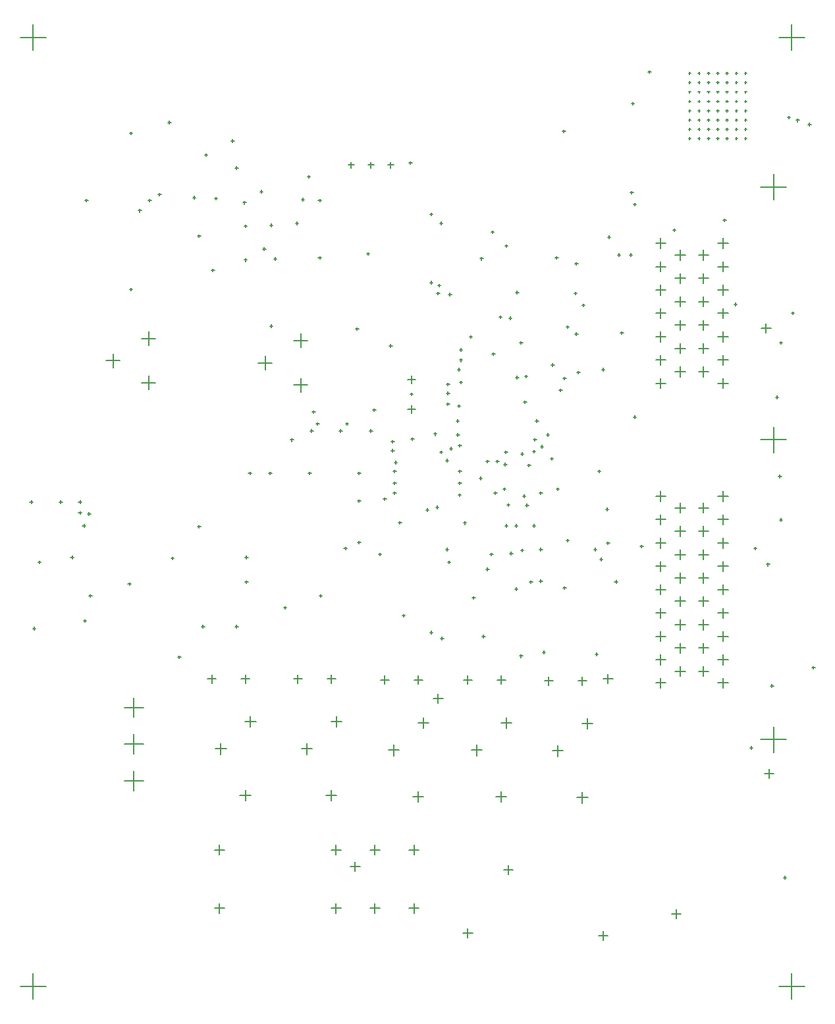
<source format=gbr>
%TF.GenerationSoftware,Altium Limited,Altium Designer,18.1.9 (240)*%
G04 Layer_Color=128*
%FSLAX26Y26*%
%MOIN*%
%TF.FileFunction,Drillmap*%
%TF.Part,Single*%
G01*
G75*
%TA.AperFunction,NonConductor*%
%ADD147C,0.005000*%
D147*
X11469094Y6160000D02*
X11480906D01*
X11475000Y6154095D02*
Y6165905D01*
X11516339Y6160000D02*
X11528150D01*
X11522244Y6154095D02*
Y6165905D01*
X11563583Y6160000D02*
X11575394D01*
X11569488Y6154095D02*
Y6165905D01*
X11610827Y6160000D02*
X11622638D01*
X11616732Y6154095D02*
Y6165905D01*
X11421850Y6160000D02*
X11433661D01*
X11427756Y6154095D02*
Y6165905D01*
X11374606Y6160000D02*
X11386417D01*
X11380512Y6154095D02*
Y6165905D01*
X11327362Y6160000D02*
X11339173D01*
X11333268Y6154095D02*
Y6165905D01*
X11327362Y6112756D02*
X11339173D01*
X11333268Y6106850D02*
Y6118661D01*
X11374606Y6112756D02*
X11386417D01*
X11380512Y6106850D02*
Y6118661D01*
X11421850Y6112756D02*
X11433661D01*
X11427756Y6106850D02*
Y6118661D01*
X11610827Y6112756D02*
X11622638D01*
X11616732Y6106850D02*
Y6118661D01*
X11563583Y6112756D02*
X11575394D01*
X11569488Y6106850D02*
Y6118661D01*
X11516339Y6112756D02*
X11528150D01*
X11522244Y6106850D02*
Y6118661D01*
X11469094Y6112756D02*
X11480906D01*
X11475000Y6106850D02*
Y6118661D01*
X11327362Y6065512D02*
X11339173D01*
X11333268Y6059606D02*
Y6071417D01*
X11374606Y6065512D02*
X11386417D01*
X11380512Y6059606D02*
Y6071417D01*
X11421850Y6065512D02*
X11433661D01*
X11427756Y6059606D02*
Y6071417D01*
X11610827Y6065512D02*
X11622638D01*
X11616732Y6059606D02*
Y6071417D01*
X11563583Y6065512D02*
X11575394D01*
X11569488Y6059606D02*
Y6071417D01*
X11516339Y6065512D02*
X11528150D01*
X11522244Y6059606D02*
Y6071417D01*
X11469094Y6065512D02*
X11480906D01*
X11475000Y6059606D02*
Y6071417D01*
X11327362Y6018268D02*
X11339173D01*
X11333268Y6012362D02*
Y6024173D01*
X11374606Y6018268D02*
X11386417D01*
X11380512Y6012362D02*
Y6024173D01*
X11421850Y6018268D02*
X11433661D01*
X11427756Y6012362D02*
Y6024173D01*
X11610827Y6018268D02*
X11622638D01*
X11616732Y6012362D02*
Y6024173D01*
X11563583Y6018268D02*
X11575394D01*
X11569488Y6012362D02*
Y6024173D01*
X11516339Y6018268D02*
X11528150D01*
X11522244Y6012362D02*
Y6024173D01*
X11469094Y6018268D02*
X11480906D01*
X11475000Y6012362D02*
Y6024173D01*
X11327362Y6207244D02*
X11339173D01*
X11333268Y6201338D02*
Y6213150D01*
X11374606Y6207244D02*
X11386417D01*
X11380512Y6201338D02*
Y6213150D01*
X11421850Y6207244D02*
X11433661D01*
X11427756Y6201338D02*
Y6213150D01*
X11610827Y6207244D02*
X11622638D01*
X11616732Y6201338D02*
Y6213150D01*
X11563583Y6207244D02*
X11575394D01*
X11569488Y6201338D02*
Y6213150D01*
X11516339Y6207244D02*
X11528150D01*
X11522244Y6201338D02*
Y6213150D01*
X11469094Y6207244D02*
X11480906D01*
X11475000Y6201338D02*
Y6213150D01*
X11327362Y6254488D02*
X11339173D01*
X11333268Y6248583D02*
Y6260394D01*
X11374606Y6254488D02*
X11386417D01*
X11380512Y6248583D02*
Y6260394D01*
X11421850Y6254488D02*
X11433661D01*
X11427756Y6248583D02*
Y6260394D01*
X11610827Y6254488D02*
X11622638D01*
X11616732Y6248583D02*
Y6260394D01*
X11563583Y6254488D02*
X11575394D01*
X11569488Y6248583D02*
Y6260394D01*
X11516339Y6254488D02*
X11528150D01*
X11522244Y6248583D02*
Y6260394D01*
X11469094Y6254488D02*
X11480906D01*
X11475000Y6248583D02*
Y6260394D01*
X11327362Y6301732D02*
X11339173D01*
X11333268Y6295827D02*
Y6307638D01*
X11374606Y6301732D02*
X11386417D01*
X11380512Y6295827D02*
Y6307638D01*
X11421850Y6301732D02*
X11433661D01*
X11427756Y6295827D02*
Y6307638D01*
X11610827Y6301732D02*
X11622638D01*
X11616732Y6295827D02*
Y6307638D01*
X11563583Y6301732D02*
X11575394D01*
X11569488Y6295827D02*
Y6307638D01*
X11516339Y6301732D02*
X11528150D01*
X11522244Y6295827D02*
Y6307638D01*
X11469094Y6301732D02*
X11480906D01*
X11475000Y6295827D02*
Y6307638D01*
X11327362Y6348976D02*
X11339173D01*
X11333268Y6343071D02*
Y6354882D01*
X11374606Y6348976D02*
X11386417D01*
X11380512Y6343071D02*
Y6354882D01*
X11421850Y6348976D02*
X11433661D01*
X11427756Y6343071D02*
Y6354882D01*
X11610827Y6348976D02*
X11622638D01*
X11616732Y6343071D02*
Y6354882D01*
X11563583Y6348976D02*
X11575394D01*
X11569488Y6343071D02*
Y6354882D01*
X11516339Y6348976D02*
X11528150D01*
X11522244Y6343071D02*
Y6354882D01*
X11469094Y6348976D02*
X11480906D01*
X11475000Y6343071D02*
Y6354882D01*
X8470787Y2769961D02*
X8569213D01*
X8520000Y2720748D02*
Y2819173D01*
X8470787Y2955000D02*
X8569213D01*
X8520000Y2905787D02*
Y3004213D01*
X8470787Y3140039D02*
X8569213D01*
X8520000Y3090827D02*
Y3189252D01*
X9905315Y4800000D02*
X9944685D01*
X9925000Y4780315D02*
Y4819685D01*
X9905315Y4650000D02*
X9944685D01*
X9925000Y4630315D02*
Y4669685D01*
X8927008Y2420000D02*
X8978189D01*
X8952598Y2394410D02*
Y2445590D01*
X8927008Y2124724D02*
X8978189D01*
X8952598Y2099134D02*
Y2150315D01*
X9714409Y2124724D02*
X9765591D01*
X9740000Y2099134D02*
Y2150315D01*
X9517559Y2124724D02*
X9568740D01*
X9543150Y2099134D02*
Y2150315D01*
X9714409Y2420000D02*
X9765591D01*
X9740000Y2394410D02*
Y2445590D01*
X9517559Y2420000D02*
X9568740D01*
X9543150Y2394410D02*
Y2445590D01*
X9911260Y2124724D02*
X9962441D01*
X9936850Y2099134D02*
Y2150315D01*
X9911260Y2420000D02*
X9962441D01*
X9936850Y2394410D02*
Y2445590D01*
X9931457Y2688780D02*
X9986575D01*
X9959016Y2661220D02*
Y2716338D01*
X9957047Y3062795D02*
X10012165D01*
X9984606Y3035236D02*
Y3090354D01*
X9807441Y2925000D02*
X9862559D01*
X9835000Y2897441D02*
Y2952559D01*
X9768071Y3279331D02*
X9811378D01*
X9789724Y3257677D02*
Y3300984D01*
X9937362Y3279331D02*
X9980669D01*
X9959016Y3257677D02*
Y3300984D01*
X9056457Y2695079D02*
X9111575D01*
X9084016Y2667520D02*
Y2722638D01*
X9082047Y3069094D02*
X9137165D01*
X9109606Y3041535D02*
Y3096653D01*
X8932441Y2931299D02*
X8987559D01*
X8960000Y2903740D02*
Y2958858D01*
X8893071Y3285630D02*
X8936378D01*
X8914724Y3263976D02*
Y3307283D01*
X9062362Y3285630D02*
X9105669D01*
X9084016Y3263976D02*
Y3307283D01*
X10351457Y2688780D02*
X10406575D01*
X10379016Y2661220D02*
Y2716338D01*
X10377047Y3062795D02*
X10432165D01*
X10404606Y3035236D02*
Y3090354D01*
X10227441Y2925000D02*
X10282559D01*
X10255000Y2897441D02*
Y2952559D01*
X10188071Y3279331D02*
X10231378D01*
X10209724Y3257677D02*
Y3300984D01*
X10357362Y3279331D02*
X10400669D01*
X10379016Y3257677D02*
Y3300984D01*
X9491457Y2695079D02*
X9546575D01*
X9519016Y2667520D02*
Y2722638D01*
X9517047Y3069094D02*
X9572165D01*
X9544606Y3041535D02*
Y3096653D01*
X9367441Y2931299D02*
X9422559D01*
X9395000Y2903740D02*
Y2958858D01*
X9328071Y3285630D02*
X9371378D01*
X9349724Y3263976D02*
Y3307283D01*
X9497362Y3285630D02*
X9540669D01*
X9519016Y3263976D02*
Y3307283D01*
X10761890Y2685000D02*
X10817008D01*
X10789449Y2657441D02*
Y2712559D01*
X10787480Y3059016D02*
X10842598D01*
X10815039Y3031457D02*
Y3086575D01*
X10637874Y2921220D02*
X10692992D01*
X10665433Y2893662D02*
Y2948780D01*
X10598504Y3275551D02*
X10641811D01*
X10620157Y3253898D02*
Y3297205D01*
X10767795Y3275551D02*
X10811102D01*
X10789449Y3253898D02*
Y3297205D01*
X11692480Y2978740D02*
X11822401D01*
X11757441Y2913780D02*
Y3043701D01*
X11692480Y4494488D02*
X11822401D01*
X11757441Y4429528D02*
Y4559449D01*
X11160984Y5488583D02*
X11212165D01*
X11186575Y5462992D02*
Y5514173D01*
X11160984Y5370472D02*
X11212165D01*
X11186575Y5344882D02*
Y5396063D01*
X11160984Y5252362D02*
X11212165D01*
X11186575Y5226772D02*
Y5277953D01*
X11160984Y5134252D02*
X11212165D01*
X11186575Y5108662D02*
Y5159842D01*
X11160984Y5016142D02*
X11212165D01*
X11186575Y4990551D02*
Y5041732D01*
X11160984Y4898032D02*
X11212165D01*
X11186575Y4872441D02*
Y4923622D01*
X11160984Y4779921D02*
X11212165D01*
X11186575Y4754331D02*
Y4805512D01*
X11259409Y5429528D02*
X11310591D01*
X11285000Y5403937D02*
Y5455118D01*
X11259409Y5311417D02*
X11310591D01*
X11285000Y5285827D02*
Y5337008D01*
X11259409Y5193307D02*
X11310591D01*
X11285000Y5167717D02*
Y5218898D01*
X11259409Y5075197D02*
X11310591D01*
X11285000Y5049606D02*
Y5100787D01*
X11259409Y4957087D02*
X11310591D01*
X11285000Y4931496D02*
Y4982677D01*
X11259409Y4838976D02*
X11310591D01*
X11285000Y4813386D02*
Y4864567D01*
X11377520Y5429528D02*
X11428701D01*
X11403110Y5403937D02*
Y5455118D01*
X11377520Y5311417D02*
X11428701D01*
X11403110Y5285827D02*
Y5337008D01*
X11377520Y5193307D02*
X11428701D01*
X11403110Y5167717D02*
Y5218898D01*
X11377520Y5075197D02*
X11428701D01*
X11403110Y5049606D02*
Y5100787D01*
X11377520Y4957087D02*
X11428701D01*
X11403110Y4931496D02*
Y4982677D01*
X11377520Y4838976D02*
X11428701D01*
X11403110Y4813386D02*
Y4864567D01*
X11475945Y5488583D02*
X11527126D01*
X11501535Y5462992D02*
Y5514173D01*
X11475945Y5370472D02*
X11527126D01*
X11501535Y5344882D02*
Y5396063D01*
X11475945Y5252362D02*
X11527126D01*
X11501535Y5226772D02*
Y5277953D01*
X11475945Y5134252D02*
X11527126D01*
X11501535Y5108662D02*
Y5159842D01*
X11475945Y5016142D02*
X11527126D01*
X11501535Y4990551D02*
Y5041732D01*
X11475945Y4898032D02*
X11527126D01*
X11501535Y4872441D02*
Y4923622D01*
X11475945Y4779921D02*
X11527126D01*
X11501535Y4754331D02*
Y4805512D01*
X11692480Y5774016D02*
X11822401D01*
X11757441Y5709055D02*
Y5838976D01*
X11475945Y3264173D02*
X11527126D01*
X11501535Y3238583D02*
Y3289764D01*
X11475945Y3382284D02*
X11527126D01*
X11501535Y3356693D02*
Y3407874D01*
X11475945Y3500394D02*
X11527126D01*
X11501535Y3474803D02*
Y3525984D01*
X11475945Y3618504D02*
X11527126D01*
X11501535Y3592914D02*
Y3644095D01*
X11475945Y3736614D02*
X11527126D01*
X11501535Y3711024D02*
Y3762205D01*
X11475945Y3854724D02*
X11527126D01*
X11501535Y3829134D02*
Y3880315D01*
X11475945Y3972835D02*
X11527126D01*
X11501535Y3947244D02*
Y3998425D01*
X11475945Y4090945D02*
X11527126D01*
X11501535Y4065354D02*
Y4116535D01*
X11475945Y4209055D02*
X11527126D01*
X11501535Y4183465D02*
Y4234646D01*
X11377520Y3323228D02*
X11428701D01*
X11403110Y3297638D02*
Y3348819D01*
X11377520Y3441339D02*
X11428701D01*
X11403110Y3415748D02*
Y3466929D01*
X11377520Y3559449D02*
X11428701D01*
X11403110Y3533858D02*
Y3585039D01*
X11377520Y3677559D02*
X11428701D01*
X11403110Y3651969D02*
Y3703150D01*
X11377520Y3795669D02*
X11428701D01*
X11403110Y3770079D02*
Y3821260D01*
X11377520Y3913780D02*
X11428701D01*
X11403110Y3888189D02*
Y3939370D01*
X11377520Y4031890D02*
X11428701D01*
X11403110Y4006299D02*
Y4057480D01*
X11377520Y4150000D02*
X11428701D01*
X11403110Y4124409D02*
Y4175591D01*
X11259409Y3323228D02*
X11310591D01*
X11285000Y3297638D02*
Y3348819D01*
X11259409Y3441339D02*
X11310591D01*
X11285000Y3415748D02*
Y3466929D01*
X11259409Y3559449D02*
X11310591D01*
X11285000Y3533858D02*
Y3585039D01*
X11259409Y3677559D02*
X11310591D01*
X11285000Y3651969D02*
Y3703150D01*
X11259409Y3795669D02*
X11310591D01*
X11285000Y3770079D02*
Y3821260D01*
X11259409Y3913780D02*
X11310591D01*
X11285000Y3888189D02*
Y3939370D01*
X11259409Y4031890D02*
X11310591D01*
X11285000Y4006299D02*
Y4057480D01*
X11259409Y4150000D02*
X11310591D01*
X11285000Y4124409D02*
Y4175591D01*
X11160984Y3264173D02*
X11212165D01*
X11186575Y3238583D02*
Y3289764D01*
X11160984Y3382284D02*
X11212165D01*
X11186575Y3356693D02*
Y3407874D01*
X11160984Y3500394D02*
X11212165D01*
X11186575Y3474803D02*
Y3525984D01*
X11160984Y3618504D02*
X11212165D01*
X11186575Y3592914D02*
Y3644095D01*
X11160984Y3736614D02*
X11212165D01*
X11186575Y3711024D02*
Y3762205D01*
X11160984Y3854724D02*
X11212165D01*
X11186575Y3829134D02*
Y3880315D01*
X11160984Y3972835D02*
X11212165D01*
X11186575Y3947244D02*
Y3998425D01*
X11160984Y4090945D02*
X11212165D01*
X11186575Y4065354D02*
Y4116535D01*
X11160984Y4209055D02*
X11212165D01*
X11186575Y4183465D02*
Y4234646D01*
X8558938Y5006380D02*
X8628938D01*
X8593938Y4971380D02*
Y5041380D01*
X8558938Y4782754D02*
X8628938D01*
X8593938Y4747754D02*
Y4817754D01*
X8380000Y4894567D02*
X8450000D01*
X8415000Y4859567D02*
Y4929567D01*
X9328938Y4995947D02*
X9398938D01*
X9363938Y4960947D02*
Y5030947D01*
X9328938Y4772321D02*
X9398938D01*
X9363938Y4737321D02*
Y4807321D01*
X9150000Y4884134D02*
X9220000D01*
X9185000Y4849134D02*
Y4919134D01*
X9804252Y5885000D02*
X9835748D01*
X9820000Y5869252D02*
Y5900748D01*
X9704252Y5885000D02*
X9735748D01*
X9720000Y5869252D02*
Y5900748D01*
X9604252Y5885000D02*
X9635748D01*
X9620000Y5869252D02*
Y5900748D01*
X11808051Y2280000D02*
X11823051D01*
X11815551Y2272500D02*
Y2287500D01*
X10152500Y4520000D02*
X10167500D01*
X10160000Y4512500D02*
Y4527500D01*
X10057500Y5275000D02*
X10072500D01*
X10065000Y5267500D02*
Y5282500D01*
X9312500Y4494488D02*
X9327500D01*
X9320000Y4486988D02*
Y4501988D01*
X9442500Y4575000D02*
X9457500D01*
X9450000Y4567500D02*
Y4582500D01*
X9922500Y4499488D02*
X9937500D01*
X9930000Y4491988D02*
Y4506988D01*
X10186378Y2000000D02*
X10233622D01*
X10210000Y1976378D02*
Y2023622D01*
X10282500Y3500000D02*
X10297500D01*
X10290000Y3492500D02*
Y3507500D01*
X11787500Y4090000D02*
X11802500D01*
X11795000Y4082500D02*
Y4097500D01*
X10452500Y5240000D02*
X10467500D01*
X10460000Y5232500D02*
Y5247500D01*
X10752500Y5030000D02*
X10767500D01*
X10760000Y5022500D02*
Y5037500D01*
X9032500Y3550000D02*
X9047500D01*
X9040000Y3542500D02*
Y3557500D01*
X11952500Y3342863D02*
X11967500D01*
X11960000Y3335363D02*
Y3350363D01*
X11637500Y2937018D02*
X11652500D01*
X11645000Y2929518D02*
Y2944518D01*
X9712500Y4540000D02*
X9727500D01*
X9720000Y4532500D02*
Y4547500D01*
X9652500Y4325000D02*
X9667500D01*
X9660000Y4317500D02*
Y4332500D01*
X10707500Y3985000D02*
X10722500D01*
X10715000Y3977500D02*
Y3992500D01*
X9616378Y2335000D02*
X9663622D01*
X9640000Y2311378D02*
Y2358622D01*
X10162500Y4335000D02*
X10177500D01*
X10170000Y4327500D02*
Y4342500D01*
X10907500Y4143622D02*
X10922500D01*
X10915000Y4136122D02*
Y4151122D01*
X10017500Y3520000D02*
X10032500D01*
X10025000Y3512500D02*
Y3527500D01*
X10447500Y3740000D02*
X10462500D01*
X10455000Y3732500D02*
Y3747500D01*
X10477500Y3935000D02*
X10492500D01*
X10485000Y3927500D02*
Y3942500D01*
X9277500Y3645000D02*
X9292500D01*
X9285000Y3637500D02*
Y3652500D01*
X9583334Y3946000D02*
X9598334D01*
X9590834Y3938500D02*
Y3953500D01*
X10572500Y4225000D02*
X10587500D01*
X10580000Y4217500D02*
Y4232500D01*
X10422500Y3920000D02*
X10437500D01*
X10430000Y3912500D02*
Y3927500D01*
X10407500Y4165000D02*
X10422500D01*
X10415000Y4157500D02*
Y4172500D01*
X10487500Y4210000D02*
X10502500D01*
X10495000Y4202500D02*
Y4217500D01*
X10387500Y4245000D02*
X10402500D01*
X10395000Y4237500D02*
Y4252500D01*
X10395787Y4433287D02*
X10410787D01*
X10403287Y4425787D02*
Y4440787D01*
X9837500Y4380000D02*
X9852500D01*
X9845000Y4372500D02*
Y4387500D01*
X10117500Y4450000D02*
X10132500D01*
X10125000Y4442500D02*
Y4457500D01*
X10162500Y4465000D02*
X10177500D01*
X10170000Y4457500D02*
Y4472500D01*
X10151437Y4590000D02*
X10166437D01*
X10158937Y4582500D02*
Y4597500D01*
X10102500Y4675000D02*
X10117500D01*
X10110000Y4667500D02*
Y4682500D01*
X10102500Y4730000D02*
X10117500D01*
X10110000Y4722500D02*
Y4737500D01*
X10497500Y4815000D02*
X10512500D01*
X10505000Y4807500D02*
Y4822500D01*
X10452500Y4810000D02*
X10467500D01*
X10460000Y4802500D02*
Y4817500D01*
X10632500Y4873346D02*
X10647500D01*
X10640000Y4865846D02*
Y4880846D01*
X10692500Y4805000D02*
X10707500D01*
X10700000Y4797500D02*
Y4812500D01*
X10672500Y4745000D02*
X10687500D01*
X10680000Y4737500D02*
Y4752500D01*
X10607500Y4520000D02*
X10622500D01*
X10615000Y4512500D02*
Y4527500D01*
X10542500Y4495000D02*
X10557500D01*
X10550000Y4487500D02*
Y4502500D01*
X10157500Y4850000D02*
X10172500D01*
X10165000Y4842500D02*
Y4857500D01*
X11787500Y4985000D02*
X11802500D01*
X11795000Y4977500D02*
Y4992500D01*
X10652500Y5415551D02*
X10667500D01*
X10660000Y5408051D02*
Y5423051D01*
X9422500Y4635000D02*
X9437500D01*
X9430000Y4627500D02*
Y4642500D01*
X11122500Y6355000D02*
X11137500D01*
X11130000Y6347500D02*
Y6362500D01*
X11785039Y6530000D02*
X11914961D01*
X11850000Y6465039D02*
Y6594961D01*
X7945039Y6530000D02*
X8074961D01*
X8010000Y6465039D02*
Y6594961D01*
X7945039Y1730000D02*
X8074961D01*
X8010000Y1665039D02*
Y1794961D01*
X11785039Y1730000D02*
X11914961D01*
X11850000Y1665039D02*
Y1794961D01*
X8263583Y3578917D02*
X8278583D01*
X8271083Y3571417D02*
Y3586417D01*
X11872500Y6111282D02*
X11887500D01*
X11880000Y6103782D02*
Y6118782D01*
X11932500Y6090000D02*
X11947500D01*
X11940000Y6082500D02*
Y6097500D01*
X11742444Y3250000D02*
X11757444D01*
X11749944Y3242500D02*
Y3257500D01*
X10537500Y4435000D02*
X10552500D01*
X10545000Y4427500D02*
Y4442500D01*
X10477500Y4423347D02*
X10492500D01*
X10485000Y4415847D02*
Y4430847D01*
X11037500Y6195000D02*
X11052500D01*
X11045000Y6187500D02*
Y6202500D01*
X11502500Y5605000D02*
X11517500D01*
X11510000Y5597500D02*
Y5612500D01*
X10917500Y5520000D02*
X10932500D01*
X10925000Y5512500D02*
Y5527500D01*
X11657500Y3945000D02*
X11672500D01*
X11665000Y3937500D02*
Y3952500D01*
X11767500Y4710000D02*
X11782500D01*
X11775000Y4702500D02*
Y4717500D01*
X10953051Y3776654D02*
X10968051D01*
X10960551Y3769154D02*
Y3784154D01*
X10877500Y3890295D02*
X10892500D01*
X10885000Y3882795D02*
Y3897795D01*
X10967500Y5430000D02*
X10982500D01*
X10975000Y5422500D02*
Y5437500D01*
X11847500Y5135000D02*
X11862500D01*
X11855000Y5127500D02*
Y5142500D01*
X11711378Y2805000D02*
X11758622D01*
X11735000Y2781378D02*
Y2828622D01*
X10896378Y3284449D02*
X10943622D01*
X10920000Y3260827D02*
Y3308071D01*
X10391378Y2320000D02*
X10438622D01*
X10415000Y2296378D02*
Y2343622D01*
X10871378Y1985000D02*
X10918622D01*
X10895000Y1961378D02*
Y2008622D01*
X11241378Y2095000D02*
X11288622D01*
X11265000Y2071378D02*
Y2118622D01*
X10854303Y3410000D02*
X10869303D01*
X10861803Y3402500D02*
Y3417500D01*
X10587500Y3420000D02*
X10602500D01*
X10595000Y3412500D02*
Y3427500D01*
X10072500Y3490000D02*
X10087500D01*
X10080000Y3482500D02*
Y3497500D01*
X10107500Y3875000D02*
X10122500D01*
X10115000Y3867500D02*
Y3882500D01*
X10302500Y3840000D02*
X10317500D01*
X10310000Y3832500D02*
Y3847500D01*
X9652500Y3975000D02*
X9667500D01*
X9660000Y3967500D02*
Y3982500D01*
X9652500Y4186260D02*
X9667500D01*
X9660000Y4178760D02*
Y4193760D01*
X8239665Y4180000D02*
X8254665D01*
X8247165Y4172500D02*
Y4187500D01*
X8142500Y4180000D02*
X8157500D01*
X8150000Y4172500D02*
Y4187500D01*
X7993484Y4180000D02*
X8008484D01*
X8000984Y4172500D02*
Y4187500D01*
X8259665Y4060000D02*
X8274665D01*
X8267165Y4052500D02*
Y4067500D01*
X8862500Y3550000D02*
X8877500D01*
X8870000Y3542500D02*
Y3557500D01*
X9402500Y4325000D02*
X9417500D01*
X9410000Y4317500D02*
Y4332500D01*
X9201949Y4325000D02*
X9216949D01*
X9209449Y4317500D02*
Y4332500D01*
X9099939Y4325000D02*
X9114939D01*
X9107439Y4317500D02*
Y4332500D01*
X11082500Y3955000D02*
X11097500D01*
X11090000Y3947500D02*
Y3962500D01*
X10912500Y3972835D02*
X10927500D01*
X10920000Y3965335D02*
Y3980335D01*
X10037599Y4524901D02*
X10052599D01*
X10045099Y4517401D02*
Y4532401D01*
X8742500Y3395000D02*
X8757500D01*
X8750000Y3387500D02*
Y3402500D01*
X8707500Y3896181D02*
X8722500D01*
X8715000Y3888681D02*
Y3903681D01*
X8842500Y4055000D02*
X8857500D01*
X8850000Y4047500D02*
Y4062500D01*
X9082500Y3900000D02*
X9097500D01*
X9090000Y3892500D02*
Y3907500D01*
X9082500Y3775000D02*
X9097500D01*
X9090000Y3767500D02*
Y3782500D01*
X10322500Y3915000D02*
X10337500D01*
X10330000Y3907500D02*
Y3922500D01*
X10447500Y4060000D02*
X10462500D01*
X10455000Y4052500D02*
Y4067500D01*
X10847500Y3940000D02*
X10862500D01*
X10855000Y3932500D02*
Y3947500D01*
X10692500Y3745000D02*
X10707500D01*
X10700000Y3737500D02*
Y3752500D01*
X10572500Y3780000D02*
X10587500D01*
X10580000Y3772500D02*
Y3787500D01*
X10522500Y3775000D02*
X10537500D01*
X10530000Y3767500D02*
Y3782500D01*
X10397855Y4060000D02*
X10412855D01*
X10405355Y4052500D02*
Y4067500D01*
X10187500Y4074410D02*
X10202500D01*
X10195000Y4066910D02*
Y4081910D01*
X10047500Y4153937D02*
X10062500D01*
X10055000Y4146437D02*
Y4161437D01*
X10657500Y4245834D02*
X10672500D01*
X10665000Y4238334D02*
Y4253334D01*
X10512500Y4365000D02*
X10527500D01*
X10520000Y4357500D02*
Y4372500D01*
X10747500Y5235000D02*
X10762500D01*
X10755000Y5227500D02*
Y5242500D01*
X11696378Y5060000D02*
X11743622D01*
X11720000Y5036378D02*
Y5083622D01*
X11557500Y5180000D02*
X11572500D01*
X11565000Y5172500D02*
Y5187500D01*
X11722500Y3864449D02*
X11737500D01*
X11730000Y3856949D02*
Y3871949D01*
X10787500Y5175000D02*
X10802500D01*
X10795000Y5167500D02*
Y5182500D01*
X10707500Y5065000D02*
X10722500D01*
X10715000Y5057500D02*
Y5072500D01*
X10327500Y5545000D02*
X10342500D01*
X10335000Y5537500D02*
Y5552500D01*
X10397500Y5475000D02*
X10412500D01*
X10405000Y5467500D02*
Y5482500D01*
X10067500Y4431904D02*
X10082500D01*
X10075000Y4424404D02*
Y4439404D01*
X9782500Y4195000D02*
X9797500D01*
X9790000Y4187500D02*
Y4202500D01*
X9757500Y3915000D02*
X9772500D01*
X9765000Y3907500D02*
Y3922500D01*
X10302500Y4385000D02*
X10317500D01*
X10310000Y4377500D02*
Y4392500D01*
X10267500Y4300000D02*
X10282500D01*
X10275000Y4292500D02*
Y4307500D01*
X9822500Y4440000D02*
X9837500D01*
X9830000Y4432500D02*
Y4447500D01*
X9822500Y4485000D02*
X9837500D01*
X9830000Y4477500D02*
Y4492500D01*
X9559274Y4540000D02*
X9574274D01*
X9566774Y4532500D02*
Y4547500D01*
X9591356Y4575000D02*
X9606356D01*
X9598856Y4567500D02*
Y4582500D01*
X9412500Y4540000D02*
X9427500D01*
X9420000Y4532500D02*
Y4547500D01*
X9729075Y4645000D02*
X9744075D01*
X9736575Y4637500D02*
Y4652500D01*
X8292500Y3705000D02*
X8307500D01*
X8300000Y3697500D02*
Y3712500D01*
X8007500Y3540000D02*
X8022500D01*
X8015000Y3532500D02*
Y3547500D01*
X10688878Y6055000D02*
X10703878D01*
X10696378Y6047500D02*
Y6062500D01*
X11827500Y6125000D02*
X11842500D01*
X11835000Y6117500D02*
Y6132500D01*
X8489665Y3765000D02*
X8504665D01*
X8497165Y3757500D02*
Y3772500D01*
X8285965Y4120000D02*
X8300965D01*
X8293465Y4112500D02*
Y4127500D01*
X8239665Y4125000D02*
X8254665D01*
X8247165Y4117500D02*
Y4132500D01*
X8034665Y3875000D02*
X8049665D01*
X8042165Y3867500D02*
Y3882500D01*
X8199665Y3900000D02*
X8214665D01*
X8207165Y3892500D02*
Y3907500D01*
X9877500Y3605000D02*
X9892500D01*
X9885000Y3597500D02*
Y3612500D01*
X10232500Y3695000D02*
X10247500D01*
X10240000Y3687500D02*
Y3702500D01*
X9997500Y4140000D02*
X10012500D01*
X10005000Y4132500D02*
Y4147500D01*
X10342500Y4225000D02*
X10357500D01*
X10350000Y4217500D02*
Y4232500D01*
X9859232Y4075000D02*
X9874232D01*
X9866732Y4067500D02*
Y4082500D01*
X9457382Y3705118D02*
X9472382D01*
X9464882Y3697618D02*
Y3712618D01*
X10552500Y4590000D02*
X10567500D01*
X10560000Y4582500D02*
Y4597500D01*
X10352500Y4385000D02*
X10367500D01*
X10360000Y4377500D02*
Y4392500D01*
X10167500Y4898032D02*
X10182500D01*
X10175000Y4890532D02*
Y4905532D01*
X10052500Y5235000D02*
X10067500D01*
X10060000Y5227500D02*
Y5242500D01*
X10167500Y4950000D02*
X10182500D01*
X10175000Y4942500D02*
Y4957500D01*
X10217500Y5015000D02*
X10232500D01*
X10225000Y5007500D02*
Y5022500D01*
X10112500Y5230000D02*
X10127500D01*
X10120000Y5222500D02*
Y5237500D01*
X9642500Y5055000D02*
X9657500D01*
X9650000Y5047500D02*
Y5062500D01*
X9812500Y4970000D02*
X9827500D01*
X9820000Y4962500D02*
Y4977500D01*
X9832500Y4225000D02*
X9847500D01*
X9840000Y4217500D02*
Y4232500D01*
X9832500Y4275000D02*
X9847500D01*
X9840000Y4267500D02*
Y4282500D01*
X9832500Y4335000D02*
X9847500D01*
X9840000Y4327500D02*
Y4342500D01*
X10502500Y4163937D02*
X10517500D01*
X10510000Y4156437D02*
Y4171437D01*
X10537500Y4060000D02*
X10552500D01*
X10545000Y4052500D02*
Y4067500D01*
X11032500Y5745000D02*
X11047500D01*
X11040000Y5737500D02*
Y5752500D01*
X10017500Y5635000D02*
X10032500D01*
X10025000Y5627500D02*
Y5642500D01*
X10017500Y5290000D02*
X10032500D01*
X10025000Y5282500D02*
Y5297500D01*
X11047500Y5685000D02*
X11062500D01*
X11055000Y5677500D02*
Y5692500D01*
X10067500Y5590000D02*
X10082500D01*
X10075000Y5582500D02*
Y5597500D01*
X10392500Y4370000D02*
X10407500D01*
X10400000Y4362500D02*
Y4377500D01*
X10161398Y4215000D02*
X10176398D01*
X10168898Y4207500D02*
Y4222500D01*
X10162500Y4275000D02*
X10177500D01*
X10170000Y4267500D02*
Y4282500D01*
X9697500Y5435000D02*
X9712500D01*
X9705000Y5427500D02*
Y5442500D01*
X10167500Y4785000D02*
X10182500D01*
X10175000Y4777500D02*
Y4792500D01*
X10157500Y4665000D02*
X10172500D01*
X10165000Y4657500D02*
Y4672500D01*
X10572500Y3940000D02*
X10587500D01*
X10580000Y3932500D02*
Y3947500D01*
X10472500Y3401299D02*
X10487500D01*
X10480000Y3393799D02*
Y3408799D01*
X10272500Y5411496D02*
X10287500D01*
X10280000Y5403996D02*
Y5418996D01*
X10492500Y4685000D02*
X10507500D01*
X10500000Y4677500D02*
Y4692500D01*
X9917500Y4725000D02*
X9932500D01*
X9925000Y4717500D02*
Y4732500D01*
X10102500Y4775000D02*
X10117500D01*
X10110000Y4767500D02*
Y4782500D01*
X9912500Y5895000D02*
X9927500D01*
X9920000Y5887500D02*
Y5902500D01*
X11782500Y4310000D02*
X11797500D01*
X11790000Y4302500D02*
Y4317500D01*
X10982500Y5035000D02*
X10997500D01*
X10990000Y5027500D02*
Y5042500D01*
X10036378Y3185000D02*
X10083622D01*
X10060000Y3161378D02*
Y3208622D01*
X10332500Y4929606D02*
X10347500D01*
X10340000Y4922106D02*
Y4937106D01*
X10367500Y5115000D02*
X10382500D01*
X10375000Y5107500D02*
Y5122500D01*
X10627500Y4398978D02*
X10642500D01*
X10635000Y4391478D02*
Y4406478D01*
X10867500Y4335000D02*
X10882500D01*
X10875000Y4327500D02*
Y4342500D01*
X11047500Y4610000D02*
X11062500D01*
X11055000Y4602500D02*
Y4617500D01*
X10887500Y4850000D02*
X10902500D01*
X10895000Y4842500D02*
Y4857500D01*
X10097500Y4390000D02*
X10112500D01*
X10105000Y4382500D02*
Y4397500D01*
X11027500Y5430000D02*
X11042500D01*
X11035000Y5422500D02*
Y5437500D01*
X11247500Y5555000D02*
X11262500D01*
X11255000Y5547500D02*
Y5562500D01*
X10752500Y5385000D02*
X10767500D01*
X10760000Y5377500D02*
Y5392500D01*
X10762500Y4835000D02*
X10777500D01*
X10770000Y4827500D02*
Y4842500D01*
X10472500Y4985000D02*
X10487500D01*
X10480000Y4977500D02*
Y4992500D01*
X10417500Y5110000D02*
X10432500D01*
X10425000Y5102500D02*
Y5117500D01*
X10097500Y3940000D02*
X10112500D01*
X10105000Y3932500D02*
Y3947500D01*
X10577500Y4460000D02*
X10592500D01*
X10585000Y4452500D02*
Y4467500D01*
X8497500Y5255000D02*
X8512500D01*
X8505000Y5247500D02*
Y5262500D01*
X9207500Y5070000D02*
X9222500D01*
X9215000Y5062500D02*
Y5077500D01*
X9397500Y5825000D02*
X9412500D01*
X9405000Y5817500D02*
Y5832500D01*
X9012500Y6007283D02*
X9027500D01*
X9020000Y5999783D02*
Y6014783D01*
X8817500Y5720000D02*
X8832500D01*
X8825000Y5712500D02*
Y5727500D01*
X8592500Y5705551D02*
X8607500D01*
X8600000Y5698051D02*
Y5713051D01*
X8927500Y5715000D02*
X8942500D01*
X8935000Y5707500D02*
Y5722500D01*
X8272500Y5705000D02*
X8287500D01*
X8280000Y5697500D02*
Y5712500D01*
X8542500Y5654153D02*
X8557500D01*
X8550000Y5646653D02*
Y5661653D01*
X9453051Y5415551D02*
X9468051D01*
X9460551Y5408051D02*
Y5423051D01*
X9453051Y5705551D02*
X9468051D01*
X9460551Y5698051D02*
Y5713051D01*
X9227500Y5410000D02*
X9242500D01*
X9235000Y5402500D02*
Y5417500D01*
X8877500Y5935000D02*
X8892500D01*
X8885000Y5927500D02*
Y5942500D01*
X8497500Y6045000D02*
X8512500D01*
X8505000Y6037500D02*
Y6052500D01*
X8692500Y6100000D02*
X8707500D01*
X8700000Y6092500D02*
Y6107500D01*
X9077500Y5404449D02*
X9092500D01*
X9085000Y5396949D02*
Y5411949D01*
X8912500Y5352106D02*
X8927500D01*
X8920000Y5344606D02*
Y5359606D01*
X9337500Y5590000D02*
X9352500D01*
X9345000Y5582500D02*
Y5597500D01*
X9172500Y5460000D02*
X9187500D01*
X9180000Y5452500D02*
Y5467500D01*
X9032500Y5870000D02*
X9047500D01*
X9040000Y5862500D02*
Y5877500D01*
X9072657Y5694842D02*
X9087657D01*
X9080157Y5687342D02*
Y5702342D01*
X9367500Y5710000D02*
X9382500D01*
X9375000Y5702500D02*
Y5717500D01*
X9207500Y5580000D02*
X9222500D01*
X9215000Y5572500D02*
Y5587500D01*
X9157500Y5750276D02*
X9172500D01*
X9165000Y5742776D02*
Y5757776D01*
X8642500Y5735000D02*
X8657500D01*
X8650000Y5727500D02*
Y5742500D01*
X8842500Y5525000D02*
X8857500D01*
X8850000Y5517500D02*
Y5532500D01*
X9077500Y5575551D02*
X9092500D01*
X9085000Y5568051D02*
Y5583051D01*
%TF.MD5,da3b96d361a1f47174d30ab478a85142*%
M02*

</source>
